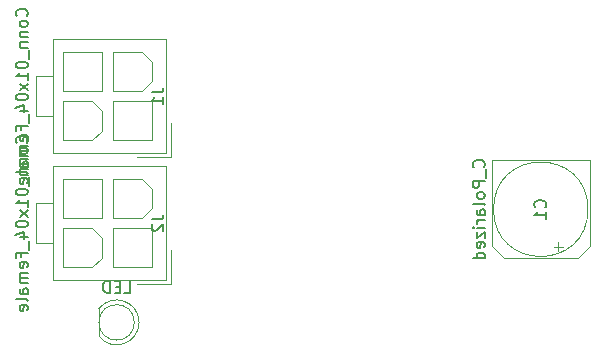
<source format=gbr>
%TF.GenerationSoftware,KiCad,Pcbnew,(5.1.9)-1*%
%TF.CreationDate,2022-08-07T13:29:13-06:00*%
%TF.ProjectId,ECS Panel PCB V2,45435320-5061-46e6-956c-205043422056,rev?*%
%TF.SameCoordinates,Original*%
%TF.FileFunction,Other,Fab,Bot*%
%FSLAX46Y46*%
G04 Gerber Fmt 4.6, Leading zero omitted, Abs format (unit mm)*
G04 Created by KiCad (PCBNEW (5.1.9)-1) date 2022-08-07 13:29:13*
%MOMM*%
%LPD*%
G01*
G04 APERTURE LIST*
%ADD10C,0.100000*%
%ADD11C,0.150000*%
G04 APERTURE END LIST*
D10*
%TO.C,J2*%
X79686000Y-102700000D02*
X70086000Y-102700000D01*
X70086000Y-102700000D02*
X70086000Y-93100000D01*
X70086000Y-93100000D02*
X79686000Y-93100000D01*
X79686000Y-93100000D02*
X79686000Y-102700000D01*
X70086000Y-99600000D02*
X68686000Y-99600000D01*
X68686000Y-99600000D02*
X68686000Y-96200000D01*
X68686000Y-96200000D02*
X70086000Y-96200000D01*
X78436000Y-101650000D02*
X75136000Y-101650000D01*
X75136000Y-101650000D02*
X75136000Y-98350000D01*
X75136000Y-98350000D02*
X78436000Y-98350000D01*
X78436000Y-98350000D02*
X78436000Y-101650000D01*
X70936000Y-101650000D02*
X73411000Y-101650000D01*
X73411000Y-101650000D02*
X74236000Y-100825000D01*
X74236000Y-100825000D02*
X74236000Y-99175000D01*
X74236000Y-99175000D02*
X73411000Y-98350000D01*
X73411000Y-98350000D02*
X70936000Y-98350000D01*
X70936000Y-98350000D02*
X70936000Y-101650000D01*
X74236000Y-97450000D02*
X70936000Y-97450000D01*
X70936000Y-97450000D02*
X70936000Y-94150000D01*
X70936000Y-94150000D02*
X74236000Y-94150000D01*
X74236000Y-94150000D02*
X74236000Y-97450000D01*
X75136000Y-97450000D02*
X77611000Y-97450000D01*
X77611000Y-97450000D02*
X78436000Y-96625000D01*
X78436000Y-96625000D02*
X78436000Y-94975000D01*
X78436000Y-94975000D02*
X77611000Y-94150000D01*
X77611000Y-94150000D02*
X75136000Y-94150000D01*
X75136000Y-94150000D02*
X75136000Y-97450000D01*
X80036000Y-100200000D02*
X80036000Y-103050000D01*
X80036000Y-103050000D02*
X77186000Y-103050000D01*
%TO.C,J1*%
X79686000Y-91948600D02*
X70086000Y-91948600D01*
X70086000Y-91948600D02*
X70086000Y-82348600D01*
X70086000Y-82348600D02*
X79686000Y-82348600D01*
X79686000Y-82348600D02*
X79686000Y-91948600D01*
X70086000Y-88848600D02*
X68686000Y-88848600D01*
X68686000Y-88848600D02*
X68686000Y-85448600D01*
X68686000Y-85448600D02*
X70086000Y-85448600D01*
X78436000Y-90898600D02*
X75136000Y-90898600D01*
X75136000Y-90898600D02*
X75136000Y-87598600D01*
X75136000Y-87598600D02*
X78436000Y-87598600D01*
X78436000Y-87598600D02*
X78436000Y-90898600D01*
X70936000Y-90898600D02*
X73411000Y-90898600D01*
X73411000Y-90898600D02*
X74236000Y-90073600D01*
X74236000Y-90073600D02*
X74236000Y-88423600D01*
X74236000Y-88423600D02*
X73411000Y-87598600D01*
X73411000Y-87598600D02*
X70936000Y-87598600D01*
X70936000Y-87598600D02*
X70936000Y-90898600D01*
X74236000Y-86698600D02*
X70936000Y-86698600D01*
X70936000Y-86698600D02*
X70936000Y-83398600D01*
X70936000Y-83398600D02*
X74236000Y-83398600D01*
X74236000Y-83398600D02*
X74236000Y-86698600D01*
X75136000Y-86698600D02*
X77611000Y-86698600D01*
X77611000Y-86698600D02*
X78436000Y-85873600D01*
X78436000Y-85873600D02*
X78436000Y-84223600D01*
X78436000Y-84223600D02*
X77611000Y-83398600D01*
X77611000Y-83398600D02*
X75136000Y-83398600D01*
X75136000Y-83398600D02*
X75136000Y-86698600D01*
X80036000Y-89448600D02*
X80036000Y-92298600D01*
X80036000Y-92298600D02*
X77186000Y-92298600D01*
%TO.C,D1*%
X76970000Y-106300000D02*
G75*
G03*
X76970000Y-106300000I-1500000J0D01*
G01*
X73970000Y-107466190D02*
X73970000Y-105133810D01*
X73969445Y-105134524D02*
G75*
G02*
X73970000Y-107466190I1500555J-1165476D01*
G01*
%TO.C,C1*%
X115379000Y-96723000D02*
G75*
G03*
X115379000Y-96723000I-4000000J0D01*
G01*
X115529000Y-92573000D02*
X107229000Y-92573000D01*
X115529000Y-99873000D02*
X115529000Y-92573000D01*
X107229000Y-99873000D02*
X107229000Y-92573000D01*
X114529000Y-100873000D02*
X108229000Y-100873000D01*
X114529000Y-100873000D02*
X115529000Y-99873000D01*
X108229000Y-100873000D02*
X107229000Y-99873000D01*
X112879000Y-100285278D02*
X112879000Y-99485278D01*
X113279000Y-99885278D02*
X112479000Y-99885278D01*
%TD*%
%TO.C,J2*%
D11*
X67843142Y-91114285D02*
X67890761Y-91066666D01*
X67938380Y-90923809D01*
X67938380Y-90828571D01*
X67890761Y-90685714D01*
X67795523Y-90590476D01*
X67700285Y-90542857D01*
X67509809Y-90495238D01*
X67366952Y-90495238D01*
X67176476Y-90542857D01*
X67081238Y-90590476D01*
X66986000Y-90685714D01*
X66938380Y-90828571D01*
X66938380Y-90923809D01*
X66986000Y-91066666D01*
X67033619Y-91114285D01*
X67938380Y-91685714D02*
X67890761Y-91590476D01*
X67843142Y-91542857D01*
X67747904Y-91495238D01*
X67462190Y-91495238D01*
X67366952Y-91542857D01*
X67319333Y-91590476D01*
X67271714Y-91685714D01*
X67271714Y-91828571D01*
X67319333Y-91923809D01*
X67366952Y-91971428D01*
X67462190Y-92019047D01*
X67747904Y-92019047D01*
X67843142Y-91971428D01*
X67890761Y-91923809D01*
X67938380Y-91828571D01*
X67938380Y-91685714D01*
X67271714Y-92447619D02*
X67938380Y-92447619D01*
X67366952Y-92447619D02*
X67319333Y-92495238D01*
X67271714Y-92590476D01*
X67271714Y-92733333D01*
X67319333Y-92828571D01*
X67414571Y-92876190D01*
X67938380Y-92876190D01*
X67271714Y-93352380D02*
X67938380Y-93352380D01*
X67366952Y-93352380D02*
X67319333Y-93400000D01*
X67271714Y-93495238D01*
X67271714Y-93638095D01*
X67319333Y-93733333D01*
X67414571Y-93780952D01*
X67938380Y-93780952D01*
X68033619Y-94019047D02*
X68033619Y-94780952D01*
X66938380Y-95209523D02*
X66938380Y-95304761D01*
X66986000Y-95400000D01*
X67033619Y-95447619D01*
X67128857Y-95495238D01*
X67319333Y-95542857D01*
X67557428Y-95542857D01*
X67747904Y-95495238D01*
X67843142Y-95447619D01*
X67890761Y-95400000D01*
X67938380Y-95304761D01*
X67938380Y-95209523D01*
X67890761Y-95114285D01*
X67843142Y-95066666D01*
X67747904Y-95019047D01*
X67557428Y-94971428D01*
X67319333Y-94971428D01*
X67128857Y-95019047D01*
X67033619Y-95066666D01*
X66986000Y-95114285D01*
X66938380Y-95209523D01*
X67938380Y-96495238D02*
X67938380Y-95923809D01*
X67938380Y-96209523D02*
X66938380Y-96209523D01*
X67081238Y-96114285D01*
X67176476Y-96019047D01*
X67224095Y-95923809D01*
X67938380Y-96828571D02*
X67271714Y-97352380D01*
X67271714Y-96828571D02*
X67938380Y-97352380D01*
X66938380Y-97923809D02*
X66938380Y-98019047D01*
X66986000Y-98114285D01*
X67033619Y-98161904D01*
X67128857Y-98209523D01*
X67319333Y-98257142D01*
X67557428Y-98257142D01*
X67747904Y-98209523D01*
X67843142Y-98161904D01*
X67890761Y-98114285D01*
X67938380Y-98019047D01*
X67938380Y-97923809D01*
X67890761Y-97828571D01*
X67843142Y-97780952D01*
X67747904Y-97733333D01*
X67557428Y-97685714D01*
X67319333Y-97685714D01*
X67128857Y-97733333D01*
X67033619Y-97780952D01*
X66986000Y-97828571D01*
X66938380Y-97923809D01*
X67271714Y-99114285D02*
X67938380Y-99114285D01*
X66890761Y-98876190D02*
X67605047Y-98638095D01*
X67605047Y-99257142D01*
X68033619Y-99400000D02*
X68033619Y-100161904D01*
X67414571Y-100733333D02*
X67414571Y-100400000D01*
X67938380Y-100400000D02*
X66938380Y-100400000D01*
X66938380Y-100876190D01*
X67890761Y-101638095D02*
X67938380Y-101542857D01*
X67938380Y-101352380D01*
X67890761Y-101257142D01*
X67795523Y-101209523D01*
X67414571Y-101209523D01*
X67319333Y-101257142D01*
X67271714Y-101352380D01*
X67271714Y-101542857D01*
X67319333Y-101638095D01*
X67414571Y-101685714D01*
X67509809Y-101685714D01*
X67605047Y-101209523D01*
X67938380Y-102114285D02*
X67271714Y-102114285D01*
X67366952Y-102114285D02*
X67319333Y-102161904D01*
X67271714Y-102257142D01*
X67271714Y-102400000D01*
X67319333Y-102495238D01*
X67414571Y-102542857D01*
X67938380Y-102542857D01*
X67414571Y-102542857D02*
X67319333Y-102590476D01*
X67271714Y-102685714D01*
X67271714Y-102828571D01*
X67319333Y-102923809D01*
X67414571Y-102971428D01*
X67938380Y-102971428D01*
X67938380Y-103876190D02*
X67414571Y-103876190D01*
X67319333Y-103828571D01*
X67271714Y-103733333D01*
X67271714Y-103542857D01*
X67319333Y-103447619D01*
X67890761Y-103876190D02*
X67938380Y-103780952D01*
X67938380Y-103542857D01*
X67890761Y-103447619D01*
X67795523Y-103400000D01*
X67700285Y-103400000D01*
X67605047Y-103447619D01*
X67557428Y-103542857D01*
X67557428Y-103780952D01*
X67509809Y-103876190D01*
X67938380Y-104495238D02*
X67890761Y-104400000D01*
X67795523Y-104352380D01*
X66938380Y-104352380D01*
X67890761Y-105257142D02*
X67938380Y-105161904D01*
X67938380Y-104971428D01*
X67890761Y-104876190D01*
X67795523Y-104828571D01*
X67414571Y-104828571D01*
X67319333Y-104876190D01*
X67271714Y-104971428D01*
X67271714Y-105161904D01*
X67319333Y-105257142D01*
X67414571Y-105304761D01*
X67509809Y-105304761D01*
X67605047Y-104828571D01*
X78438380Y-97566666D02*
X79152666Y-97566666D01*
X79295523Y-97519047D01*
X79390761Y-97423809D01*
X79438380Y-97280952D01*
X79438380Y-97185714D01*
X78533619Y-97995238D02*
X78486000Y-98042857D01*
X78438380Y-98138095D01*
X78438380Y-98376190D01*
X78486000Y-98471428D01*
X78533619Y-98519047D01*
X78628857Y-98566666D01*
X78724095Y-98566666D01*
X78866952Y-98519047D01*
X79438380Y-97947619D01*
X79438380Y-98566666D01*
%TO.C,J1*%
X67843142Y-80362885D02*
X67890761Y-80315266D01*
X67938380Y-80172409D01*
X67938380Y-80077171D01*
X67890761Y-79934314D01*
X67795523Y-79839076D01*
X67700285Y-79791457D01*
X67509809Y-79743838D01*
X67366952Y-79743838D01*
X67176476Y-79791457D01*
X67081238Y-79839076D01*
X66986000Y-79934314D01*
X66938380Y-80077171D01*
X66938380Y-80172409D01*
X66986000Y-80315266D01*
X67033619Y-80362885D01*
X67938380Y-80934314D02*
X67890761Y-80839076D01*
X67843142Y-80791457D01*
X67747904Y-80743838D01*
X67462190Y-80743838D01*
X67366952Y-80791457D01*
X67319333Y-80839076D01*
X67271714Y-80934314D01*
X67271714Y-81077171D01*
X67319333Y-81172409D01*
X67366952Y-81220028D01*
X67462190Y-81267647D01*
X67747904Y-81267647D01*
X67843142Y-81220028D01*
X67890761Y-81172409D01*
X67938380Y-81077171D01*
X67938380Y-80934314D01*
X67271714Y-81696219D02*
X67938380Y-81696219D01*
X67366952Y-81696219D02*
X67319333Y-81743838D01*
X67271714Y-81839076D01*
X67271714Y-81981933D01*
X67319333Y-82077171D01*
X67414571Y-82124790D01*
X67938380Y-82124790D01*
X67271714Y-82600980D02*
X67938380Y-82600980D01*
X67366952Y-82600980D02*
X67319333Y-82648600D01*
X67271714Y-82743838D01*
X67271714Y-82886695D01*
X67319333Y-82981933D01*
X67414571Y-83029552D01*
X67938380Y-83029552D01*
X68033619Y-83267647D02*
X68033619Y-84029552D01*
X66938380Y-84458123D02*
X66938380Y-84553361D01*
X66986000Y-84648600D01*
X67033619Y-84696219D01*
X67128857Y-84743838D01*
X67319333Y-84791457D01*
X67557428Y-84791457D01*
X67747904Y-84743838D01*
X67843142Y-84696219D01*
X67890761Y-84648600D01*
X67938380Y-84553361D01*
X67938380Y-84458123D01*
X67890761Y-84362885D01*
X67843142Y-84315266D01*
X67747904Y-84267647D01*
X67557428Y-84220028D01*
X67319333Y-84220028D01*
X67128857Y-84267647D01*
X67033619Y-84315266D01*
X66986000Y-84362885D01*
X66938380Y-84458123D01*
X67938380Y-85743838D02*
X67938380Y-85172409D01*
X67938380Y-85458123D02*
X66938380Y-85458123D01*
X67081238Y-85362885D01*
X67176476Y-85267647D01*
X67224095Y-85172409D01*
X67938380Y-86077171D02*
X67271714Y-86600980D01*
X67271714Y-86077171D02*
X67938380Y-86600980D01*
X66938380Y-87172409D02*
X66938380Y-87267647D01*
X66986000Y-87362885D01*
X67033619Y-87410504D01*
X67128857Y-87458123D01*
X67319333Y-87505742D01*
X67557428Y-87505742D01*
X67747904Y-87458123D01*
X67843142Y-87410504D01*
X67890761Y-87362885D01*
X67938380Y-87267647D01*
X67938380Y-87172409D01*
X67890761Y-87077171D01*
X67843142Y-87029552D01*
X67747904Y-86981933D01*
X67557428Y-86934314D01*
X67319333Y-86934314D01*
X67128857Y-86981933D01*
X67033619Y-87029552D01*
X66986000Y-87077171D01*
X66938380Y-87172409D01*
X67271714Y-88362885D02*
X67938380Y-88362885D01*
X66890761Y-88124790D02*
X67605047Y-87886695D01*
X67605047Y-88505742D01*
X68033619Y-88648600D02*
X68033619Y-89410504D01*
X67414571Y-89981933D02*
X67414571Y-89648600D01*
X67938380Y-89648600D02*
X66938380Y-89648600D01*
X66938380Y-90124790D01*
X67890761Y-90886695D02*
X67938380Y-90791457D01*
X67938380Y-90600980D01*
X67890761Y-90505742D01*
X67795523Y-90458123D01*
X67414571Y-90458123D01*
X67319333Y-90505742D01*
X67271714Y-90600980D01*
X67271714Y-90791457D01*
X67319333Y-90886695D01*
X67414571Y-90934314D01*
X67509809Y-90934314D01*
X67605047Y-90458123D01*
X67938380Y-91362885D02*
X67271714Y-91362885D01*
X67366952Y-91362885D02*
X67319333Y-91410504D01*
X67271714Y-91505742D01*
X67271714Y-91648600D01*
X67319333Y-91743838D01*
X67414571Y-91791457D01*
X67938380Y-91791457D01*
X67414571Y-91791457D02*
X67319333Y-91839076D01*
X67271714Y-91934314D01*
X67271714Y-92077171D01*
X67319333Y-92172409D01*
X67414571Y-92220028D01*
X67938380Y-92220028D01*
X67938380Y-93124790D02*
X67414571Y-93124790D01*
X67319333Y-93077171D01*
X67271714Y-92981933D01*
X67271714Y-92791457D01*
X67319333Y-92696219D01*
X67890761Y-93124790D02*
X67938380Y-93029552D01*
X67938380Y-92791457D01*
X67890761Y-92696219D01*
X67795523Y-92648600D01*
X67700285Y-92648600D01*
X67605047Y-92696219D01*
X67557428Y-92791457D01*
X67557428Y-93029552D01*
X67509809Y-93124790D01*
X67938380Y-93743838D02*
X67890761Y-93648600D01*
X67795523Y-93600980D01*
X66938380Y-93600980D01*
X67890761Y-94505742D02*
X67938380Y-94410504D01*
X67938380Y-94220028D01*
X67890761Y-94124790D01*
X67795523Y-94077171D01*
X67414571Y-94077171D01*
X67319333Y-94124790D01*
X67271714Y-94220028D01*
X67271714Y-94410504D01*
X67319333Y-94505742D01*
X67414571Y-94553361D01*
X67509809Y-94553361D01*
X67605047Y-94077171D01*
X78438380Y-86815266D02*
X79152666Y-86815266D01*
X79295523Y-86767647D01*
X79390761Y-86672409D01*
X79438380Y-86529552D01*
X79438380Y-86434314D01*
X79438380Y-87815266D02*
X79438380Y-87243838D01*
X79438380Y-87529552D02*
X78438380Y-87529552D01*
X78581238Y-87434314D01*
X78676476Y-87339076D01*
X78724095Y-87243838D01*
%TO.C,D1*%
X76112857Y-103792380D02*
X76589047Y-103792380D01*
X76589047Y-102792380D01*
X75779523Y-103268571D02*
X75446190Y-103268571D01*
X75303333Y-103792380D02*
X75779523Y-103792380D01*
X75779523Y-102792380D01*
X75303333Y-102792380D01*
X74874761Y-103792380D02*
X74874761Y-102792380D01*
X74636666Y-102792380D01*
X74493809Y-102840000D01*
X74398571Y-102935238D01*
X74350952Y-103030476D01*
X74303333Y-103220952D01*
X74303333Y-103363809D01*
X74350952Y-103554285D01*
X74398571Y-103649523D01*
X74493809Y-103744761D01*
X74636666Y-103792380D01*
X74874761Y-103792380D01*
%TO.C,C1*%
X106536142Y-93151571D02*
X106583761Y-93103952D01*
X106631380Y-92961095D01*
X106631380Y-92865857D01*
X106583761Y-92723000D01*
X106488523Y-92627761D01*
X106393285Y-92580142D01*
X106202809Y-92532523D01*
X106059952Y-92532523D01*
X105869476Y-92580142D01*
X105774238Y-92627761D01*
X105679000Y-92723000D01*
X105631380Y-92865857D01*
X105631380Y-92961095D01*
X105679000Y-93103952D01*
X105726619Y-93151571D01*
X106726619Y-93342047D02*
X106726619Y-94103952D01*
X106631380Y-94342047D02*
X105631380Y-94342047D01*
X105631380Y-94723000D01*
X105679000Y-94818238D01*
X105726619Y-94865857D01*
X105821857Y-94913476D01*
X105964714Y-94913476D01*
X106059952Y-94865857D01*
X106107571Y-94818238D01*
X106155190Y-94723000D01*
X106155190Y-94342047D01*
X106631380Y-95484904D02*
X106583761Y-95389666D01*
X106536142Y-95342047D01*
X106440904Y-95294428D01*
X106155190Y-95294428D01*
X106059952Y-95342047D01*
X106012333Y-95389666D01*
X105964714Y-95484904D01*
X105964714Y-95627761D01*
X106012333Y-95723000D01*
X106059952Y-95770619D01*
X106155190Y-95818238D01*
X106440904Y-95818238D01*
X106536142Y-95770619D01*
X106583761Y-95723000D01*
X106631380Y-95627761D01*
X106631380Y-95484904D01*
X106631380Y-96389666D02*
X106583761Y-96294428D01*
X106488523Y-96246809D01*
X105631380Y-96246809D01*
X106631380Y-97199190D02*
X106107571Y-97199190D01*
X106012333Y-97151571D01*
X105964714Y-97056333D01*
X105964714Y-96865857D01*
X106012333Y-96770619D01*
X106583761Y-97199190D02*
X106631380Y-97103952D01*
X106631380Y-96865857D01*
X106583761Y-96770619D01*
X106488523Y-96723000D01*
X106393285Y-96723000D01*
X106298047Y-96770619D01*
X106250428Y-96865857D01*
X106250428Y-97103952D01*
X106202809Y-97199190D01*
X106631380Y-97675380D02*
X105964714Y-97675380D01*
X106155190Y-97675380D02*
X106059952Y-97723000D01*
X106012333Y-97770619D01*
X105964714Y-97865857D01*
X105964714Y-97961095D01*
X106631380Y-98294428D02*
X105964714Y-98294428D01*
X105631380Y-98294428D02*
X105679000Y-98246809D01*
X105726619Y-98294428D01*
X105679000Y-98342047D01*
X105631380Y-98294428D01*
X105726619Y-98294428D01*
X105964714Y-98675380D02*
X105964714Y-99199190D01*
X106631380Y-98675380D01*
X106631380Y-99199190D01*
X106583761Y-99961095D02*
X106631380Y-99865857D01*
X106631380Y-99675380D01*
X106583761Y-99580142D01*
X106488523Y-99532523D01*
X106107571Y-99532523D01*
X106012333Y-99580142D01*
X105964714Y-99675380D01*
X105964714Y-99865857D01*
X106012333Y-99961095D01*
X106107571Y-100008714D01*
X106202809Y-100008714D01*
X106298047Y-99532523D01*
X106631380Y-100865857D02*
X105631380Y-100865857D01*
X106583761Y-100865857D02*
X106631380Y-100770619D01*
X106631380Y-100580142D01*
X106583761Y-100484904D01*
X106536142Y-100437285D01*
X106440904Y-100389666D01*
X106155190Y-100389666D01*
X106059952Y-100437285D01*
X106012333Y-100484904D01*
X105964714Y-100580142D01*
X105964714Y-100770619D01*
X106012333Y-100865857D01*
X111736142Y-96556333D02*
X111783761Y-96508714D01*
X111831380Y-96365857D01*
X111831380Y-96270619D01*
X111783761Y-96127761D01*
X111688523Y-96032523D01*
X111593285Y-95984904D01*
X111402809Y-95937285D01*
X111259952Y-95937285D01*
X111069476Y-95984904D01*
X110974238Y-96032523D01*
X110879000Y-96127761D01*
X110831380Y-96270619D01*
X110831380Y-96365857D01*
X110879000Y-96508714D01*
X110926619Y-96556333D01*
X111831380Y-97508714D02*
X111831380Y-96937285D01*
X111831380Y-97223000D02*
X110831380Y-97223000D01*
X110974238Y-97127761D01*
X111069476Y-97032523D01*
X111117095Y-96937285D01*
%TD*%
M02*

</source>
